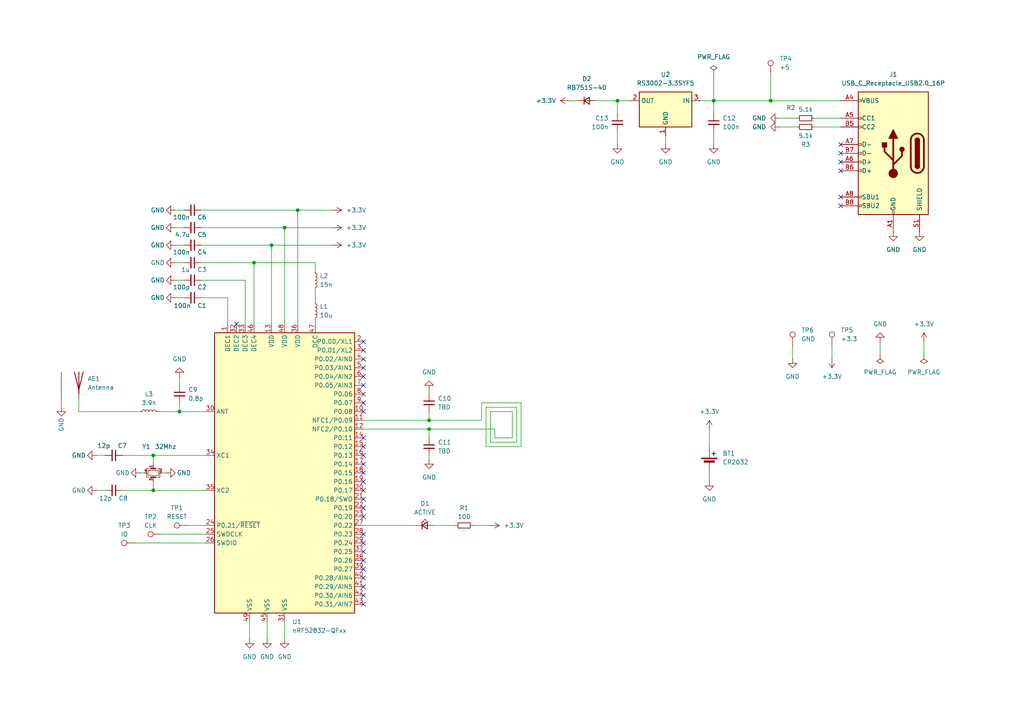
<source format=kicad_sch>
(kicad_sch (version 20231120) (generator "eeschema") (generator_version "8.0")
  (paper "A4")
  (lib_symbols
    (symbol "Connector:TestPoint" (pin_numbers hide) (pin_names (offset 0.762) hide)
      (property "Reference" "TP" (at 0 6.858 0))
      (property "Value" "TestPoint" (at 0 5.08 0))
      (symbol "TestPoint_0_1"
        (circle (center 0 3.302) (radius 0.762))
      )
      (symbol "TestPoint_1_1"
        (pin passive line (at 0 0 90) (length 2.54) (name "1") (number "1"))
      )
    )
    (symbol "Connector:USB_C_Receptacle_USB2.0_16P" (pin_names (offset 1.016))
      (property "Reference" "J" (at 0 22.225 0))
      (property "Value" "USB_C_Receptacle_USB2.0_16P" (at 0 19.685 0))
      (symbol "USB_C_Receptacle_USB2.0_16P_0_0"
        (rectangle (start -0.254 -17.78) (end 0.254 -16.764))
        (rectangle (start 10.16 -14.986) (end 9.144 -15.494))
        (rectangle (start 10.16 -12.446) (end 9.144 -12.954))
        (rectangle (start 10.16 -4.826) (end 9.144 -5.334))
        (rectangle (start 10.16 -2.286) (end 9.144 -2.794))
        (rectangle (start 10.16 0.254) (end 9.144 -0.254))
        (rectangle (start 10.16 2.794) (end 9.144 2.286))
        (rectangle (start 10.16 7.874) (end 9.144 7.366))
        (rectangle (start 10.16 10.414) (end 9.144 9.906))
        (rectangle (start 10.16 15.494) (end 9.144 14.986))
      )
      (symbol "USB_C_Receptacle_USB2.0_16P_0_1"
        (rectangle (start -10.16 17.78) (end 10.16 -17.78) (stroke (width 0.254)) (fill (type background)))
        (arc (start -8.89 -3.81) (mid -6.985 -5.7067) (end -5.08 -3.81) (stroke (width 0.508)))
        (arc (start -7.62 -3.81) (mid -6.985 -4.4423) (end -6.35 -3.81) (stroke (width 0.254)))
        (arc (start -7.62 -3.81) (mid -6.985 -4.4423) (end -6.35 -3.81) (stroke (width 0.254)) (fill (type outline)))
        (rectangle (start -7.62 -3.81) (end -6.35 3.81) (stroke (width 0.254)) (fill (type outline)))
        (arc (start -6.35 3.81) (mid -6.985 4.4423) (end -7.62 3.81) (stroke (width 0.254)))
        (arc (start -6.35 3.81) (mid -6.985 4.4423) (end -7.62 3.81) (stroke (width 0.254)) (fill (type outline)))
        (arc (start -5.08 3.81) (mid -6.985 5.7067) (end -8.89 3.81) (stroke (width 0.508)))
        (circle (center -2.54 1.143) (radius 0.635) (stroke (width 0.254)) (fill (type outline)))
        (circle (center 0 -5.842) (radius 1.27) (fill (type outline)))
        (polyline (pts (xy -8.89 -3.81) (xy -8.89 3.81)) (stroke (width 0.508)))
        (polyline (pts (xy -5.08 3.81) (xy -5.08 -3.81)) (stroke (width 0.508)))
        (polyline (pts (xy 0 -5.842) (xy 0 4.318)) (stroke (width 0.508)))
        (polyline (pts (xy 0 -3.302) (xy -2.54 -0.762) (xy -2.54 0.508)) (stroke (width 0.508)))
        (polyline (pts (xy 0 -2.032) (xy 2.54 0.508) (xy 2.54 1.778)) (stroke (width 0.508)))
        (polyline (pts (xy -1.27 4.318) (xy 0 6.858) (xy 1.27 4.318) (xy -1.27 4.318)) (stroke (width 0.254)) (fill (type outline)))
        (rectangle (start 1.905 1.778) (end 3.175 3.048) (stroke (width 0.254)) (fill (type outline)))
      )
      (symbol "USB_C_Receptacle_USB2.0_16P_1_1"
        (pin passive line (at 0 -22.86 90) (length 5.08) (name "GND") (number "A1"))
        (pin passive line (at 0 -22.86 90) (length 5.08) hide (name "GND") (number "A12"))
        (pin passive line (at 15.24 15.24 180) (length 5.08) (name "VBUS") (number "A4"))
        (pin bidirectional line (at 15.24 10.16 180) (length 5.08) (name "CC1") (number "A5"))
        (pin bidirectional line (at 15.24 -2.54 180) (length 5.08) (name "D+") (number "A6"))
        (pin bidirectional line (at 15.24 2.54 180) (length 5.08) (name "D-") (number "A7"))
        (pin bidirectional line (at 15.24 -12.7 180) (length 5.08) (name "SBU1") (number "A8"))
        (pin passive line (at 15.24 15.24 180) (length 5.08) hide (name "VBUS") (number "A9"))
        (pin passive line (at 0 -22.86 90) (length 5.08) hide (name "GND") (number "B1"))
        (pin passive line (at 0 -22.86 90) (length 5.08) hide (name "GND") (number "B12"))
        (pin passive line (at 15.24 15.24 180) (length 5.08) hide (name "VBUS") (number "B4"))
        (pin bidirectional line (at 15.24 7.62 180) (length 5.08) (name "CC2") (number "B5"))
        (pin bidirectional line (at 15.24 -5.08 180) (length 5.08) (name "D+") (number "B6"))
        (pin bidirectional line (at 15.24 0 180) (length 5.08) (name "D-") (number "B7"))
        (pin bidirectional line (at 15.24 -15.24 180) (length 5.08) (name "SBU2") (number "B8"))
        (pin passive line (at 15.24 15.24 180) (length 5.08) hide (name "VBUS") (number "B9"))
        (pin passive line (at -7.62 -22.86 90) (length 5.08) (name "SHIELD") (number "S1"))
      )
    )
    (symbol "Device:Antenna" (pin_numbers hide) (pin_names (offset 1.016) hide)
      (property "Reference" "AE1" (at 2.54 0.6351 0))
      (property "Value" "Antenna" (at 2.54 -1.9049 0))
      (symbol "Antenna_0_1"
        (polyline (pts (xy -5.08 2.54) (xy -5.08 -2.54)))
        (polyline (pts (xy 0 2.54) (xy 0 -3.81)) (stroke (width 0.254)))
        (polyline (pts (xy 1.27 2.54) (xy 0 -2.54) (xy -1.27 2.54)) (stroke (width 0.254)))
      )
      (symbol "Antenna_1_1"
        (pin passive line (at -5.08 -5.08 90) (length 2.54) (name "gnd") (number ""))
        (pin input line (at 0 -5.08 90) (length 2.54) (name "A") (number "1"))
      )
    )
    (symbol "Device:Battery_Cell" (pin_numbers hide) (pin_names (offset 0) hide)
      (property "Reference" "BT" (at 2.54 2.54 0))
      (property "Value" "Battery_Cell" (at 2.54 0 0))
      (symbol "Battery_Cell_0_1"
        (rectangle (start -2.286 1.778) (end 2.286 1.524) (fill (type outline)))
        (rectangle (start -1.524 1.016) (end 1.524 0.508) (fill (type outline)))
        (polyline (pts (xy 0 0.762) (xy 0 0)))
        (polyline (pts (xy 0 1.778) (xy 0 2.54)))
        (polyline (pts (xy 0.762 3.048) (xy 1.778 3.048)) (stroke (width 0.254)))
        (polyline (pts (xy 1.27 3.556) (xy 1.27 2.54)) (stroke (width 0.254)))
      )
      (symbol "Battery_Cell_1_1"
        (pin passive line (at 0 5.08 270) (length 2.54) (name "+") (number "1"))
        (pin passive line (at 0 -2.54 90) (length 2.54) (name "-") (number "2"))
      )
    )
    (symbol "Device:C_Small" (pin_numbers hide) (pin_names (offset 0.254) hide)
      (property "Reference" "C" (at 0.254 1.778 0))
      (property "Value" "C_Small" (at 0.254 -2.032 0))
      (symbol "C_Small_0_1"
        (polyline (pts (xy -1.524 -0.508) (xy 1.524 -0.508)) (stroke (width 0.3302)))
        (polyline (pts (xy -1.524 0.508) (xy 1.524 0.508)) (stroke (width 0.3048)))
      )
      (symbol "C_Small_1_1"
        (pin passive line (at 0 2.54 270) (length 2.032) (name "~") (number "1"))
        (pin passive line (at 0 -2.54 90) (length 2.032) (name "~") (number "2"))
      )
    )
    (symbol "Device:Crystal_GND23_Small" (pin_names (offset 1.016) hide)
      (property "Reference" "Y1" (at 7.62 2.032 90))
      (property "Value" "32Mhz" (at 7.62 -3.556 90))
      (symbol "Crystal_GND23_Small_0_1"
        (rectangle (start -0.762 -1.524) (end 0.762 1.524))
        (polyline (pts (xy -1.27 -0.762) (xy -1.27 0.762)) (stroke (width 0.381)))
        (polyline (pts (xy 1.27 -0.762) (xy 1.27 0.762)) (stroke (width 0.381)))
        (polyline (pts (xy -1.27 -1.27) (xy -1.27 -1.905) (xy 1.27 -1.905) (xy 1.27 -1.27)))
        (polyline (pts (xy -1.27 1.27) (xy -1.27 1.905) (xy 1.27 1.905) (xy 1.27 1.27)))
      )
      (symbol "Crystal_GND23_Small_1_1"
        (pin passive line (at 2.54 0 180) (length 1.27) (name "1") (number "1"))
        (pin passive line (at 0 -2.54 90) (length 0.635) (name "2") (number "2"))
        (pin passive line (at -2.54 0 0) (length 1.27) (name "3") (number "3"))
        (pin passive line (at 0 2.54 270) (length 0.635) (name "4") (number "4"))
      )
    )
    (symbol "Device:D_Small" (pin_numbers hide) (pin_names (offset 0.254) hide)
      (property "Reference" "D" (at -1.27 2.032 0))
      (property "Value" "D_Small" (at -3.81 -2.032 0))
      (symbol "D_Small_0_1"
        (polyline (pts (xy -0.762 -1.016) (xy -0.762 1.016)) (stroke (width 0.254)))
        (polyline (pts (xy -0.762 0) (xy 0.762 0)))
        (polyline (pts (xy 0.762 -1.016) (xy -0.762 0) (xy 0.762 1.016) (xy 0.762 -1.016)) (stroke (width 0.254)))
      )
      (symbol "D_Small_1_1"
        (pin passive line (at -2.54 0 0) (length 1.778) (name "K") (number "1"))
        (pin passive line (at 2.54 0 180) (length 1.778) (name "A") (number "2"))
      )
    )
    (symbol "Device:LED_Small" (pin_numbers hide) (pin_names (offset 0.254) hide)
      (property "Reference" "D" (at -1.27 3.175 0))
      (property "Value" "LED_Small" (at -4.445 -2.54 0))
      (symbol "LED_Small_0_1"
        (polyline (pts (xy -0.762 -1.016) (xy -0.762 1.016)) (stroke (width 0.254)))
        (polyline (pts (xy 1.016 0) (xy -0.762 0)))
        (polyline (pts (xy 0.762 -1.016) (xy -0.762 0) (xy 0.762 1.016) (xy 0.762 -1.016)) (stroke (width 0.254)))
        (polyline (pts (xy 0 0.762) (xy -0.508 1.27) (xy -0.254 1.27) (xy -0.508 1.27) (xy -0.508 1.016)))
        (polyline (pts (xy 0.508 1.27) (xy 0 1.778) (xy 0.254 1.778) (xy 0 1.778) (xy 0 1.524)))
      )
      (symbol "LED_Small_1_1"
        (pin passive line (at -2.54 0 0) (length 1.778) (name "K") (number "1"))
        (pin passive line (at 2.54 0 180) (length 1.778) (name "A") (number "2"))
      )
    )
    (symbol "Device:L_Small" (pin_numbers hide) (pin_names (offset 0.254) hide)
      (property "Reference" "L" (at 0.762 1.016 0))
      (property "Value" "L_Small" (at 0.762 -1.016 0))
      (symbol "L_Small_0_1"
        (arc (start 0 -2.032) (mid 0.5058 -1.524) (end 0 -1.016))
        (arc (start 0 -1.016) (mid 0.5058 -0.508) (end 0 0))
        (arc (start 0 0) (mid 0.5058 0.508) (end 0 1.016))
        (arc (start 0 1.016) (mid 0.5058 1.524) (end 0 2.032))
      )
      (symbol "L_Small_1_1"
        (pin passive line (at 0 2.54 270) (length 0.508) (name "~") (number "1"))
        (pin passive line (at 0 -2.54 90) (length 0.508) (name "~") (number "2"))
      )
    )
    (symbol "Device:R_Small" (pin_numbers hide) (pin_names (offset 0.254) hide)
      (property "Reference" "R" (at 0.762 0.508 0))
      (property "Value" "R_Small" (at 0.762 -1.016 0))
      (symbol "R_Small_0_1"
        (rectangle (start -0.762 1.778) (end 0.762 -1.778) (stroke (width 0.2032)))
      )
      (symbol "R_Small_1_1"
        (pin passive line (at 0 2.54 270) (length 0.762) (name "~") (number "1"))
        (pin passive line (at 0 -2.54 90) (length 0.762) (name "~") (number "2"))
      )
    )
    (symbol "MCU_Nordic:nRF52832-QFxx"
      (property "Reference" "U1" (at 2.1941 -43.18 0))
      (property "Value" "nRF52832-QFxx" (at 2.1941 -45.72 0))
      (symbol "nRF52832-QFxx_0_1"
        (rectangle (start -20.32 40.64) (end 20.32 -40.64) (stroke (width 0.254)) (fill (type background)))
      )
      (symbol "nRF52832-QFxx_1_1"
        (pin passive line (at -16.51 43.18 270) (length 2.54) (name "DEC1") (number "1"))
        (pin bidirectional line (at 22.86 17.78 180) (length 2.54) (name "P0.08") (number "10"))
        (pin bidirectional line (at 22.86 15.24 180) (length 2.54) (name "NFC1/P0.09") (number "11"))
        (pin bidirectional line (at 22.86 12.7 180) (length 2.54) (name "NFC2/P0.10") (number "12"))
        (pin power_in line (at -3.81 43.18 270) (length 2.54) (name "VDD") (number "13"))
        (pin bidirectional line (at 22.86 10.16 180) (length 2.54) (name "P0.11") (number "14"))
        (pin bidirectional line (at 22.86 7.62 180) (length 2.54) (name "P0.12") (number "15"))
        (pin bidirectional line (at 22.86 5.08 180) (length 2.54) (name "P0.13") (number "16"))
        (pin bidirectional line (at 22.86 2.54 180) (length 2.54) (name "P0.14") (number "17"))
        (pin bidirectional line (at 22.86 0 180) (length 2.54) (name "P0.15") (number "18"))
        (pin bidirectional line (at 22.86 -2.54 180) (length 2.54) (name "P0.16") (number "19"))
        (pin bidirectional line (at 22.86 38.1 180) (length 2.54) (name "P0.00/XL1") (number "2"))
        (pin bidirectional line (at 22.86 -5.08 180) (length 2.54) (name "P0.17") (number "20"))
        (pin bidirectional line (at 22.86 -7.62 180) (length 2.54) (name "P0.18/SWO") (number "21"))
        (pin bidirectional line (at 22.86 -10.16 180) (length 2.54) (name "P0.19") (number "22"))
        (pin bidirectional line (at 22.86 -12.7 180) (length 2.54) (name "P0.20") (number "23"))
        (pin bidirectional line (at -22.86 -15.24 0) (length 2.54) (name "P0.21/~{RESET}") (number "24"))
        (pin input line (at -22.86 -17.78 0) (length 2.54) (name "SWDCLK") (number "25"))
        (pin bidirectional line (at -22.86 -20.32 0) (length 2.54) (name "SWDIO") (number "26"))
        (pin bidirectional line (at 22.86 -15.24 180) (length 2.54) (name "P0.22") (number "27"))
        (pin bidirectional line (at 22.86 -17.78 180) (length 2.54) (name "P0.23") (number "28"))
        (pin bidirectional line (at 22.86 -20.32 180) (length 2.54) (name "P0.24") (number "29"))
        (pin bidirectional line (at 22.86 35.56 180) (length 2.54) (name "P0.01/XL2") (number "3"))
        (pin passive line (at -22.86 17.78 0) (length 2.54) (name "ANT") (number "30"))
        (pin power_in line (at 0 -43.18 90) (length 2.54) (name "VSS") (number "31"))
        (pin passive line (at -13.97 43.18 270) (length 2.54) (name "DEC2") (number "32"))
        (pin passive line (at -11.43 43.18 270) (length 2.54) (name "DEC3") (number "33"))
        (pin input line (at -22.86 5.08 0) (length 2.54) (name "XC1") (number "34"))
        (pin input line (at -22.86 -5.08 0) (length 2.54) (name "XC2") (number "35"))
        (pin passive line (at 3.81 43.18 270) (length 2.54) (name "VDD") (number "36"))
        (pin bidirectional line (at 22.86 -22.86 180) (length 2.54) (name "P0.25") (number "37"))
        (pin bidirectional line (at 22.86 -25.4 180) (length 2.54) (name "P0.26") (number "38"))
        (pin bidirectional line (at 22.86 -27.94 180) (length 2.54) (name "P0.27") (number "39"))
        (pin bidirectional line (at 22.86 33.02 180) (length 2.54) (name "P0.02/AIN0") (number "4"))
        (pin bidirectional line (at 22.86 -30.48 180) (length 2.54) (name "P0.28/AIN4") (number "40"))
        (pin bidirectional line (at 22.86 -33.02 180) (length 2.54) (name "P0.29/AIN5") (number "41"))
        (pin bidirectional line (at 22.86 -35.56 180) (length 2.54) (name "P0.30/AIN6") (number "42"))
        (pin bidirectional line (at 22.86 -38.1 180) (length 2.54) (name "P0.31/AIN7") (number "43"))
        (pin no_connect line (at -20.32 -30.48 0) (length 2.54) hide (name "NC") (number "44"))
        (pin passive line (at -5.08 -43.18 90) (length 2.54) (name "VSS") (number "45"))
        (pin passive line (at -8.89 43.18 270) (length 2.54) (name "DEC4") (number "46"))
        (pin power_out line (at 8.89 43.18 270) (length 2.54) (name "DCC") (number "47"))
        (pin passive line (at 0 43.18 270) (length 2.54) (name "VDD") (number "48"))
        (pin passive line (at -10.16 -43.18 90) (length 2.54) (name "VSS") (number "49"))
        (pin bidirectional line (at 22.86 30.48 180) (length 2.54) (name "P0.03/AIN1") (number "5"))
        (pin bidirectional line (at 22.86 27.94 180) (length 2.54) (name "P0.04/AIN2") (number "6"))
        (pin bidirectional line (at 22.86 25.4 180) (length 2.54) (name "P0.05/AIN3") (number "7"))
        (pin bidirectional line (at 22.86 22.86 180) (length 2.54) (name "P0.06") (number "8"))
        (pin bidirectional line (at 22.86 20.32 180) (length 2.54) (name "P0.07") (number "9"))
      )
    )
    (symbol "Regulator_Linear:LT1963AxST-3.3"
      (property "Reference" "U2" (at 0 10.16 0))
      (property "Value" "RS3002-3.3SYF5" (at 0 7.62 0))
      (symbol "LT1963AxST-3.3_0_1"
        (rectangle (start -7.62 5.08) (end 7.62 -5.08) (stroke (width 0.254)) (fill (type background)))
      )
      (symbol "LT1963AxST-3.3_1_1"
        (pin power_in line (at 0 -7.62 90) (length 2.54) (name "GND") (number "1"))
        (pin power_out line (at 10.16 2.54 180) (length 2.54) (name "OUT") (number "2"))
        (pin power_in line (at -10.16 2.54 0) (length 2.54) (name "IN") (number "3"))
      )
    )
    (symbol "power:+3.3V" (power) (pin_numbers hide) (pin_names (offset 0) hide)
      (property "Value" "+3.3V" (at 0 3.556 0))
      (symbol "+3.3V_0_1"
        (polyline (pts (xy -0.762 1.27) (xy 0 2.54)))
        (polyline (pts (xy 0 0) (xy 0 2.54)))
        (polyline (pts (xy 0 2.54) (xy 0.762 1.27)))
      )
      (symbol "+3.3V_1_1"
        (pin power_in line (at 0 0 90) (length 0) (name "~") (number "1"))
      )
    )
    (symbol "power:GND" (power) (pin_numbers hide) (pin_names (offset 0) hide)
      (property "Value" "GND" (at 0 -3.81 0))
      (symbol "GND_0_1"
        (polyline (pts (xy 0 0) (xy 0 -1.27) (xy 1.27 -1.27) (xy 0 -2.54) (xy -1.27 -1.27) (xy 0 -1.27)))
      )
      (symbol "GND_1_1"
        (pin power_in line (at 0 0 270) (length 0) (name "~") (number "1"))
      )
    )
    (symbol "power:PWR_FLAG" (power) (pin_numbers hide) (pin_names (offset 0) hide)
      (property "Value" "PWR_FLAG" (at 0 3.81 0))
      (symbol "PWR_FLAG_0_0"
        (pin power_out line (at 0 0 90) (length 0) (name "~") (number "1"))
      )
      (symbol "PWR_FLAG_0_1"
        (polyline (pts (xy 0 0) (xy 0 1.27) (xy -1.016 1.905) (xy 0 2.54) (xy 1.016 1.905) (xy 0 1.27)))
      )
    )
  )
  (junction (at 82.55 66.04))
  (junction (at 124.46 124.46))
  (junction (at 179.07 29.21))
  (junction (at 86.36 60.96))
  (junction (at 223.52 29.21))
  (junction (at 52.07 119.38))
  (junction (at 207.01 29.21))
  (junction (at 78.74 71.12))
  (junction (at 124.46 121.92))
  (junction (at 73.66 76.2))
  (junction (at 44.45 132.08))
  (junction (at 44.45 142.24))
  (no_connect (at 105.41 149.86))
  (no_connect (at 243.84 49.53))
  (no_connect (at 105.41 139.7))
  (no_connect (at 105.41 144.78))
  (no_connect (at 105.41 127))
  (no_connect (at 105.41 129.54))
  (no_connect (at 105.41 106.68))
  (no_connect (at 105.41 104.14))
  (no_connect (at 243.84 57.15))
  (no_connect (at 105.41 167.64))
  (no_connect (at 105.41 101.6))
  (no_connect (at 105.41 137.16))
  (no_connect (at 105.41 154.94))
  (no_connect (at 243.84 44.45))
  (no_connect (at 105.41 162.56))
  (no_connect (at 105.41 116.84))
  (no_connect (at 105.41 134.62))
  (no_connect (at 105.41 170.18))
  (no_connect (at 68.58 93.98))
  (no_connect (at 243.84 41.91))
  (no_connect (at 105.41 114.3))
  (no_connect (at 105.41 99.06))
  (no_connect (at 105.41 165.1))
  (no_connect (at 105.41 119.38))
  (no_connect (at 105.41 142.24))
  (no_connect (at 105.41 160.02))
  (no_connect (at 243.84 59.69))
  (no_connect (at 105.41 175.26))
  (no_connect (at 105.41 157.48))
  (no_connect (at 105.41 109.22))
  (no_connect (at 105.41 111.76))
  (no_connect (at 105.41 132.08))
  (no_connect (at 105.41 172.72))
  (no_connect (at 105.41 147.32))
  (no_connect (at 243.84 46.99))
  (wire (pts (xy 179.07 29.21) (xy 179.07 33.02)))
  (wire (pts (xy 140.97 129.54) (xy 140.97 118.11)))
  (wire (pts (xy 52.07 116.84) (xy 52.07 119.38)))
  (wire (pts (xy 105.41 121.92) (xy 124.46 121.92)))
  (wire (pts (xy 124.46 113.03) (xy 124.46 114.3)))
  (wire (pts (xy 241.3 100.33) (xy 241.3 104.14)))
  (wire (pts (xy 182.88 29.21) (xy 179.07 29.21)))
  (wire (pts (xy 124.46 119.38) (xy 124.46 121.92)))
  (wire (pts (xy 82.55 66.04) (xy 82.55 93.98)))
  (wire (pts (xy 50.8 86.36) (xy 53.34 86.36)))
  (wire (pts (xy 255.27 99.06) (xy 255.27 102.87)))
  (wire (pts (xy 139.7 121.92) (xy 139.7 116.84)))
  (wire (pts (xy 46.99 154.94) (xy 59.69 154.94)))
  (wire (pts (xy 22.86 115.57) (xy 22.86 119.38)))
  (wire (pts (xy 44.45 132.08) (xy 44.45 134.62)))
  (wire (pts (xy 91.44 83.82) (xy 91.44 87.63)))
  (wire (pts (xy 39.37 157.48) (xy 59.69 157.48)))
  (wire (pts (xy 50.8 76.2) (xy 53.34 76.2)))
  (wire (pts (xy 148.59 127) (xy 143.51 127)))
  (wire (pts (xy 229.87 100.33) (xy 229.87 104.14)))
  (wire (pts (xy 236.22 34.29) (xy 243.84 34.29)))
  (wire (pts (xy 91.44 76.2) (xy 73.66 76.2)))
  (wire (pts (xy 205.74 137.16) (xy 205.74 139.7)))
  (wire (pts (xy 86.36 60.96) (xy 96.52 60.96)))
  (wire (pts (xy 172.72 29.21) (xy 179.07 29.21)))
  (wire (pts (xy 105.41 152.4) (xy 120.65 152.4)))
  (wire (pts (xy 142.24 128.27) (xy 142.24 119.38)))
  (wire (pts (xy 139.7 116.84) (xy 151.13 116.84)))
  (wire (pts (xy 149.86 128.27) (xy 142.24 128.27)))
  (wire (pts (xy 46.99 137.16) (xy 48.26 137.16)))
  (wire (pts (xy 45.72 119.38) (xy 52.07 119.38)))
  (wire (pts (xy 143.51 127) (xy 143.51 124.46)))
  (wire (pts (xy 137.16 152.4) (xy 142.24 152.4)))
  (wire (pts (xy 207.01 38.1) (xy 207.01 41.91)))
  (wire (pts (xy 78.74 71.12) (xy 96.52 71.12)))
  (wire (pts (xy 207.01 29.21) (xy 207.01 33.02)))
  (wire (pts (xy 149.86 118.11) (xy 149.86 128.27)))
  (wire (pts (xy 226.06 34.29) (xy 231.14 34.29)))
  (wire (pts (xy 58.42 60.96) (xy 86.36 60.96)))
  (wire (pts (xy 71.12 81.28) (xy 58.42 81.28)))
  (wire (pts (xy 50.8 60.96) (xy 53.34 60.96)))
  (wire (pts (xy 59.69 132.08) (xy 44.45 132.08)))
  (wire (pts (xy 165.1 29.21) (xy 167.64 29.21)))
  (wire (pts (xy 58.42 76.2) (xy 73.66 76.2)))
  (wire (pts (xy 151.13 116.84) (xy 151.13 129.54)))
  (wire (pts (xy 52.07 119.38) (xy 59.69 119.38)))
  (wire (pts (xy 124.46 124.46) (xy 124.46 127)))
  (wire (pts (xy 179.07 38.1) (xy 179.07 41.91)))
  (wire (pts (xy 143.51 124.46) (xy 124.46 124.46)))
  (wire (pts (xy 223.52 29.21) (xy 243.84 29.21)))
  (wire (pts (xy 58.42 66.04) (xy 82.55 66.04)))
  (wire (pts (xy 151.13 129.54) (xy 140.97 129.54)))
  (wire (pts (xy 66.04 93.98) (xy 66.04 86.36)))
  (wire (pts (xy 205.74 124.46) (xy 205.74 129.54)))
  (wire (pts (xy 91.44 78.74) (xy 91.44 76.2)))
  (wire (pts (xy 207.01 21.59) (xy 207.01 29.21)))
  (wire (pts (xy 22.86 119.38) (xy 40.64 119.38)))
  (wire (pts (xy 50.8 81.28) (xy 53.34 81.28)))
  (wire (pts (xy 193.04 39.37) (xy 193.04 41.91)))
  (wire (pts (xy 35.56 142.24) (xy 44.45 142.24)))
  (wire (pts (xy 140.97 118.11) (xy 149.86 118.11)))
  (wire (pts (xy 44.45 142.24) (xy 59.69 142.24)))
  (wire (pts (xy 50.8 66.04) (xy 53.34 66.04)))
  (wire (pts (xy 50.8 71.12) (xy 53.34 71.12)))
  (wire (pts (xy 17.78 115.57) (xy 17.78 118.11)))
  (wire (pts (xy 91.44 92.71) (xy 91.44 93.98)))
  (wire (pts (xy 125.73 152.4) (xy 132.08 152.4)))
  (wire (pts (xy 54.61 152.4) (xy 59.69 152.4)))
  (wire (pts (xy 203.2 29.21) (xy 207.01 29.21)))
  (wire (pts (xy 40.64 137.16) (xy 41.91 137.16)))
  (wire (pts (xy 58.42 71.12) (xy 78.74 71.12)))
  (wire (pts (xy 148.59 119.38) (xy 148.59 127)))
  (wire (pts (xy 77.47 180.34) (xy 77.47 185.42)))
  (wire (pts (xy 267.97 99.06) (xy 267.97 102.87)))
  (wire (pts (xy 82.55 66.04) (xy 96.52 66.04)))
  (wire (pts (xy 44.45 139.7) (xy 44.45 142.24)))
  (wire (pts (xy 27.94 132.08) (xy 30.48 132.08)))
  (wire (pts (xy 226.06 36.83) (xy 231.14 36.83)))
  (wire (pts (xy 52.07 109.22) (xy 52.07 111.76)))
  (wire (pts (xy 124.46 132.08) (xy 124.46 133.35)))
  (wire (pts (xy 207.01 29.21) (xy 223.52 29.21)))
  (wire (pts (xy 27.94 142.24) (xy 30.48 142.24)))
  (wire (pts (xy 71.12 93.98) (xy 71.12 81.28)))
  (wire (pts (xy 78.74 71.12) (xy 78.74 93.98)))
  (wire (pts (xy 72.39 180.34) (xy 72.39 185.42)))
  (wire (pts (xy 124.46 121.92) (xy 139.7 121.92)))
  (wire (pts (xy 82.55 180.34) (xy 82.55 185.42)))
  (wire (pts (xy 86.36 60.96) (xy 86.36 93.98)))
  (wire (pts (xy 223.52 21.59) (xy 223.52 29.21)))
  (wire (pts (xy 105.41 124.46) (xy 124.46 124.46)))
  (wire (pts (xy 35.56 132.08) (xy 44.45 132.08)))
  (wire (pts (xy 66.04 86.36) (xy 58.42 86.36)))
  (wire (pts (xy 236.22 36.83) (xy 243.84 36.83)))
  (wire (pts (xy 73.66 76.2) (xy 73.66 93.98)))
  (wire (pts (xy 142.24 119.38) (xy 148.59 119.38)))
  (symbol (lib_id "power:GND") (at 226.06 36.83 270) (unit 1)
    (property "Reference" "#PWR022" (effects (hide yes)))
    (property "Value" "GND" (at 222.25 36.8299 90) (effects (justify right)))
    (property "Description" "Power symbol creates a global label with name \"GND\" , ground" (effects (hide yes)))
  )
  (symbol (lib_id "power:PWR_FLAG") (at 255.27 102.87 180) (unit 1)
    (property "Reference" "#FLG02" (effects (hide yes)))
    (property "Value" "PWR_FLAG" (at 255.27 107.95 0))
    (property "Description" "Special symbol for telling ERC where power comes from" (effects (hide yes)))
  )
  (symbol (lib_id "power:GND") (at 50.8 60.96 270) (mirror x) (unit 1)
    (property "Reference" "#PWR08" (effects (hide yes)))
    (property "Value" "GND" (at 45.72 60.96 90))
    (property "Description" "Power symbol creates a global label with name \"GND\" , ground" (effects (hide yes)))
  )
  (symbol (lib_id "power:GND") (at 50.8 81.28 270) (mirror x) (unit 1)
    (property "Reference" "#PWR03" (effects (hide yes)))
    (property "Value" "GND" (at 45.72 81.28 90))
    (property "Description" "Power symbol creates a global label with name \"GND\" , ground" (effects (hide yes)))
  )
  (symbol (lib_id "Connector:TestPoint") (at 39.37 157.48 90) (unit 1)
    (property "Reference" "TP3" (at 36.068 152.4 90))
    (property "Value" "IO" (at 36.068 154.94 90))
    (property "Footprint" "TestPoint:TestPoint_Pad_D3.0mm" (effects (hide yes)))
    (property "Description" "test point" (effects (hide yes)))
  )
  (symbol (lib_id "power:GND") (at 40.64 137.16 270) (unit 1)
    (property "Reference" "#PWR012" (effects (hide yes)))
    (property "Value" "GND" (at 35.56 137.16 90))
    (property "Description" "Power symbol creates a global label with name \"GND\" , ground" (effects (hide yes)))
  )
  (symbol (lib_id "Device:C_Small") (at 179.07 35.56 0) (mirror y) (unit 1)
    (property "Reference" "C13" (at 176.53 34.2962 0) (effects (justify left)))
    (property "Value" "100n" (at 176.53 36.8362 0) (effects (justify left)))
    (property "Footprint" "Capacitor_SMD:C_0805_2012Metric_Pad1.18x1.45mm_HandSolder" (effects (hide yes)))
    (property "Description" "Unpolarized capacitor, small symbol" (effects (hide yes)))
  )
  (symbol (lib_id "power:GND") (at 27.94 142.24 270) (unit 1)
    (property "Reference" "#PWR014" (effects (hide yes)))
    (property "Value" "GND" (at 22.86 142.24 90))
    (property "Description" "Power symbol creates a global label with name \"GND\" , ground" (effects (hide yes)))
  )
  (symbol (lib_id "Device:C_Small") (at 55.88 60.96 270) (unit 1)
    (property "Reference" "C6" (at 59.944 62.992 90) (effects (justify right)))
    (property "Value" "100n" (at 55.118 62.992 90) (effects (justify right)))
    (property "Footprint" "Capacitor_SMD:C_0805_2012Metric_Pad1.18x1.45mm_HandSolder" (effects (hide yes)))
    (property "Description" "Unpolarized capacitor, small symbol" (effects (hide yes)))
  )
  (symbol (lib_id "Device:C_Small") (at 52.07 114.3 0) (unit 1)
    (property "Reference" "C9" (at 54.61 113.0362 0) (effects (justify left)))
    (property "Value" "0.8p" (at 54.61 115.5762 0) (effects (justify left)))
    (property "Footprint" "Capacitor_SMD:C_0805_2012Metric_Pad1.18x1.45mm_HandSolder" (effects (hide yes)))
    (property "Description" "Unpolarized capacitor, small symbol" (effects (hide yes)))
  )
  (symbol (lib_id "power:GND") (at 255.27 99.06 180) (unit 1)
    (property "Reference" "#PWR032" (effects (hide yes)))
    (property "Value" "GND" (at 255.27 93.98 0))
    (property "Description" "Power symbol creates a global label with name \"GND\" , ground" (effects (hide yes)))
  )
  (symbol (lib_id "Device:C_Small") (at 207.01 35.56 0) (unit 1)
    (property "Reference" "C12" (at 209.55 34.2962 0) (effects (justify left)))
    (property "Value" "100n" (at 209.55 36.8362 0) (effects (justify left)))
    (property "Footprint" "Capacitor_SMD:C_0805_2012Metric_Pad1.18x1.45mm_HandSolder" (effects (hide yes)))
    (property "Description" "Unpolarized capacitor, small symbol" (effects (hide yes)))
  )
  (symbol (lib_id "power:GND") (at 207.01 41.91 0) (unit 1)
    (property "Reference" "#PWR026" (effects (hide yes)))
    (property "Value" "GND" (at 207.01 46.99 0))
    (property "Description" "Power symbol creates a global label with name \"GND\" , ground" (effects (hide yes)))
  )
  (symbol (lib_id "power:GND") (at 229.87 104.14 0) (unit 1)
    (property "Reference" "#PWR036" (effects (hide yes)))
    (property "Value" "GND" (at 229.87 109.22 0))
    (property "Description" "Power symbol creates a global label with name \"GND\" , ground" (effects (hide yes)))
  )
  (symbol (lib_id "power:+3.3V") (at 96.52 60.96 270) (unit 1)
    (property "Reference" "#PWR05" (effects (hide yes)))
    (property "Value" "+3.3V" (at 100.33 60.9599 90) (effects (justify left)))
    (property "Description" "Power symbol creates a global label with name \"+3.3V\"" (effects (hide yes)))
  )
  (symbol (lib_id "Device:C_Small") (at 55.88 76.2 270) (unit 1)
    (property "Reference" "C3" (at 59.944 78.232 90) (effects (justify right)))
    (property "Value" "1u" (at 55.118 78.232 90) (effects (justify right)))
    (property "Footprint" "Capacitor_SMD:C_0805_2012Metric_Pad1.18x1.45mm_HandSolder" (effects (hide yes)))
    (property "Description" "Unpolarized capacitor, small symbol" (effects (hide yes)))
  )
  (symbol (lib_id "power:GND") (at 124.46 133.35 0) (unit 1)
    (property "Reference" "#PWR019" (effects (hide yes)))
    (property "Value" "GND" (at 124.46 138.43 0))
    (property "Description" "Power symbol creates a global label with name \"GND\" , ground" (effects (hide yes)))
  )
  (symbol (lib_id "Connector:USB_C_Receptacle_USB2.0_16P") (at 259.08 44.45 0) (mirror y) (unit 1)
    (property "Reference" "J1" (at 259.08 21.59 0))
    (property "Value" "USB_C_Receptacle_USB2.0_16P" (at 259.08 24.13 0))
    (property "Footprint" "Connector_USB:USB_C_Receptacle_GCT_USB4110" (effects (hide yes)))
    (property "Datasheet" "https://www.usb.org/sites/default/files/documents/usb_type-c.zip" (effects (hide yes)))
    (property "Description" "USB 2.0-only 16P Type-C Receptacle connector" (effects (hide yes)))
  )
  (symbol (lib_id "Device:C_Small") (at 33.02 142.24 270) (mirror x) (unit 1)
    (property "Reference" "C8" (at 37.084 144.526 90) (effects (justify right)))
    (property "Value" "12p" (at 32.512 144.526 90) (effects (justify right)))
    (property "Footprint" "Capacitor_SMD:C_0805_2012Metric_Pad1.18x1.45mm_HandSolder" (effects (hide yes)))
    (property "Description" "Unpolarized capacitor, small symbol" (effects (hide yes)))
  )
  (symbol (lib_id "power:GND") (at 48.26 137.16 90) (unit 1)
    (property "Reference" "#PWR011" (effects (hide yes)))
    (property "Value" "GND" (at 53.34 137.16 90))
    (property "Description" "Power symbol creates a global label with name \"GND\" , ground" (effects (hide yes)))
  )
  (symbol (lib_id "Device:L_Small") (at 91.44 81.28 0) (unit 1)
    (property "Reference" "L2" (at 92.71 80.0099 0) (effects (justify left)))
    (property "Value" "15n" (at 92.71 82.5499 0) (effects (justify left)))
    (property "Footprint" "Inductor_SMD:L_0805_2012Metric_Pad1.15x1.40mm_HandSolder" (effects (hide yes)))
    (property "Description" "Inductor, small symbol" (effects (hide yes)))
    (property "PN" "LCN0603T-15-NJ-S" (effects (hide yes)))
  )
  (symbol (lib_id "Connector:TestPoint") (at 241.3 100.33 0) (unit 1)
    (property "Reference" "TP5" (at 243.84 95.7579 0) (effects (justify left)))
    (property "Value" "+3.3" (at 243.84 98.2979 0) (effects (justify left)))
    (property "Footprint" "TestPoint:TestPoint_Pad_D3.0mm" (effects (hide yes)))
    (property "Description" "test point" (effects (hide yes)))
  )
  (symbol (lib_id "Device:Antenna") (at 22.86 110.49 0) (unit 1)
    (property "Reference" "AE1" (at 25.4 109.8549 0) (effects (justify left)))
    (property "Value" "Antenna" (at 25.4 112.3949 0) (effects (justify left)))
    (property "Footprint" "RF_Antenna:Texas_SWRA117D_2.4GHz_Right" (effects (hide yes)))
    (property "Description" "Antenna" (effects (hide yes)))
  )
  (symbol (lib_id "Device:C_Small") (at 124.46 116.84 0) (unit 1)
    (property "Reference" "C10" (at 127 115.5762 0) (effects (justify left)))
    (property "Value" "TBD" (at 127 118.1162 0) (effects (justify left)))
    (property "Footprint" "Capacitor_SMD:C_0805_2012Metric_Pad1.18x1.45mm_HandSolder" (effects (hide yes)))
    (property "Description" "Unpolarized capacitor, small symbol" (effects (hide yes)))
  )
  (symbol (lib_id "power:GND") (at 193.04 41.91 0) (unit 1)
    (property "Reference" "#PWR027" (effects (hide yes)))
    (property "Value" "GND" (at 193.04 46.99 0))
    (property "Description" "Power symbol creates a global label with name \"GND\" , ground" (effects (hide yes)))
  )
  (symbol (lib_id "power:+3.3V") (at 205.74 124.46 0) (unit 1)
    (property "Reference" "#PWR029" (effects (hide yes)))
    (property "Value" "+3.3V" (at 205.74 119.38 0))
    (property "Description" "Power symbol creates a global label with name \"+3.3V\"" (effects (hide yes)))
  )
  (symbol (lib_id "power:GND") (at 259.08 67.31 0) (unit 1)
    (property "Reference" "#PWR023" (effects (hide yes)))
    (property "Value" "GND" (at 259.08 72.39 0))
    (property "Description" "Power symbol creates a global label with name \"GND\" , ground" (effects (hide yes)))
  )
  (symbol (lib_id "MCU_Nordic:nRF52832-QFxx") (at 82.55 137.16 0) (unit 1)
    (property "Reference" "U1" (at 84.7441 180.34 0) (effects (justify left)))
    (property "Value" "nRF52832-QFxx" (at 84.7441 182.88 0) (effects (justify left)))
    (property "Footprint" "Package_DFN_QFN:QFN-48-1EP_6x6mm_P0.4mm_EP4.6x4.6mm" (effects (hide yes)))
    (property "Datasheet" "http://infocenter.nordicsemi.com/pdf/nRF52832_PS_v1.4.pdf" (effects (hide yes)))
    (property "Description" "Multiprotocol BLE/2.4GHz Cortex-M4 SoC, QFN-48" (effects (hide yes)))
  )
  (symbol (lib_id "power:GND") (at 50.8 76.2 270) (mirror x) (unit 1)
    (property "Reference" "#PWR04" (effects (hide yes)))
    (property "Value" "GND" (at 45.72 76.2 90))
    (property "Description" "Power symbol creates a global label with name \"GND\" , ground" (effects (hide yes)))
  )
  (symbol (lib_id "power:GND") (at 266.7 67.31 0) (unit 1)
    (property "Reference" "#PWR024" (effects (hide yes)))
    (property "Value" "GND" (at 266.7 72.39 0))
    (property "Description" "Power symbol creates a global label with name \"GND\" , ground" (effects (hide yes)))
  )
  (symbol (lib_id "power:GND") (at 226.06 34.29 270) (unit 1)
    (property "Reference" "#PWR021" (effects (hide yes)))
    (property "Value" "GND" (at 222.25 34.2899 90) (effects (justify right)))
    (property "Description" "Power symbol creates a global label with name \"GND\" , ground" (effects (hide yes)))
  )
  (symbol (lib_id "Device:R_Small") (at 134.62 152.4 90) (unit 1)
    (property "Reference" "R1" (at 134.62 147.32 90))
    (property "Value" "100" (at 134.62 149.86 90))
    (property "Footprint" "Resistor_SMD:R_0805_2012Metric_Pad1.20x1.40mm_HandSolder" (effects (hide yes)))
    (property "Description" "Resistor, small symbol" (effects (hide yes)))
  )
  (symbol (lib_id "Device:R_Small") (at 233.68 36.83 270) (mirror x) (unit 1)
    (property "Reference" "R3" (at 233.68 41.91 90))
    (property "Value" "5.1k" (at 233.68 39.37 90))
    (property "Footprint" "Resistor_SMD:R_0805_2012Metric_Pad1.20x1.40mm_HandSolder" (effects (hide yes)))
    (property "Description" "Resistor, small symbol" (effects (hide yes)))
  )
  (symbol (lib_id "Connector:TestPoint") (at 46.99 154.94 90) (unit 1)
    (property "Reference" "TP2" (at 43.688 149.86 90))
    (property "Value" "CLK" (at 43.688 152.4 90))
    (property "Footprint" "TestPoint:TestPoint_Pad_D3.0mm" (effects (hide yes)))
    (property "Description" "test point" (effects (hide yes)))
  )
  (symbol (lib_id "Connector:TestPoint") (at 54.61 152.4 90) (unit 1)
    (property "Reference" "TP1" (at 51.308 147.32 90))
    (property "Value" "RESET" (at 51.308 149.86 90))
    (property "Footprint" "TestPoint:TestPoint_Pad_D3.0mm" (effects (hide yes)))
    (property "Description" "test point" (effects (hide yes)))
  )
  (symbol (lib_id "power:+3.3V") (at 142.24 152.4 270) (unit 1)
    (property "Reference" "#PWR020" (effects (hide yes)))
    (property "Value" "+3.3V" (at 146.05 152.3999 90) (effects (justify left)))
    (property "Description" "Power symbol creates a global label with name \"+3.3V\"" (effects (hide yes)))
  )
  (symbol (lib_id "power:GND") (at 50.8 71.12 270) (mirror x) (unit 1)
    (property "Reference" "#PWR06" (effects (hide yes)))
    (property "Value" "GND" (at 45.72 71.12 90))
    (property "Description" "Power symbol creates a global label with name \"GND\" , ground" (effects (hide yes)))
  )
  (symbol (lib_id "Device:C_Small") (at 124.46 129.54 0) (unit 1)
    (property "Reference" "C11" (at 127 128.2762 0) (effects (justify left)))
    (property "Value" "TBD" (at 127 130.8162 0) (effects (justify left)))
    (property "Footprint" "Capacitor_SMD:C_0805_2012Metric_Pad1.18x1.45mm_HandSolder" (effects (hide yes)))
    (property "Description" "Unpolarized capacitor, small symbol" (effects (hide yes)))
  )
  (symbol (lib_id "power:GND") (at 50.8 66.04 270) (mirror x) (unit 1)
    (property "Reference" "#PWR07" (effects (hide yes)))
    (property "Value" "GND" (at 45.72 66.04 90))
    (property "Description" "Power symbol creates a global label with name \"GND\" , ground" (effects (hide yes)))
  )
  (symbol (lib_id "power:GND") (at 82.55 185.42 0) (unit 1)
    (property "Reference" "#PWR01" (effects (hide yes)))
    (property "Value" "GND" (at 82.55 190.5 0))
    (property "Description" "Power symbol creates a global label with name \"GND\" , ground" (effects (hide yes)))
  )
  (symbol (lib_id "power:GND") (at 52.07 109.22 180) (unit 1)
    (property "Reference" "#PWR015" (effects (hide yes)))
    (property "Value" "GND" (at 52.07 104.14 0))
    (property "Description" "Power symbol creates a global label with name \"GND\" , ground" (effects (hide yes)))
  )
  (symbol (lib_id "power:GND") (at 179.07 41.91 0) (unit 1)
    (property "Reference" "#PWR028" (effects (hide yes)))
    (property "Value" "GND" (at 179.07 46.99 0))
    (property "Description" "Power symbol creates a global label with name \"GND\" , ground" (effects (hide yes)))
  )
  (symbol (lib_id "power:GND") (at 50.8 86.36 270) (unit 1)
    (property "Reference" "#PWR02" (effects (hide yes)))
    (property "Value" "GND" (at 45.72 86.36 90))
    (property "Description" "Power symbol creates a global label with name \"GND\" , ground" (effects (hide yes)))
  )
  (symbol (lib_id "Connector:TestPoint") (at 223.52 21.59 0) (unit 1)
    (property "Reference" "TP4" (at 226.06 17.0179 0) (effects (justify left)))
    (property "Value" "+5" (at 226.06 19.5579 0) (effects (justify left)))
    (property "Footprint" "TestPoint:TestPoint_Pad_D3.0mm" (effects (hide yes)))
    (property "Description" "test point" (effects (hide yes)))
  )
  (symbol (lib_id "power:GND") (at 17.78 118.11 0) (unit 1)
    (property "Reference" "#PWR033" (effects (hide yes)))
    (property "Value" "GND" (at 17.78 123.19 90))
    (property "Description" "Power symbol creates a global label with name \"GND\" , ground" (effects (hide yes)))
  )
  (symbol (lib_id "Connector:TestPoint") (at 229.87 100.33 0) (unit 1)
    (property "Reference" "TP6" (at 232.41 95.7579 0) (effects (justify left)))
    (property "Value" "GND" (at 232.41 98.2979 0) (effects (justify left)))
    (property "Footprint" "TestPoint:TestPoint_Pad_D3.0mm" (effects (hide yes)))
    (property "Description" "test point" (effects (hide yes)))
  )
  (symbol (lib_id "power:GND") (at 27.94 132.08 270) (unit 1)
    (property "Reference" "#PWR013" (effects (hide yes)))
    (property "Value" "GND" (at 22.86 132.08 90))
    (property "Description" "Power symbol creates a global label with name \"GND\" , ground" (effects (hide yes)))
  )
  (symbol (lib_id "power:PWR_FLAG") (at 207.01 21.59 0) (unit 1)
    (property "Reference" "#FLG03" (effects (hide yes)))
    (property "Value" "PWR_FLAG" (at 207.01 16.51 0))
    (property "Description" "Special symbol for telling ERC where power comes from" (effects (hide yes)))
  )
  (symbol (lib_id "Device:C_Small") (at 55.88 86.36 270) (mirror x) (unit 1)
    (property "Reference" "C1" (at 59.944 88.646 90) (effects (justify right)))
    (property "Value" "100n" (at 55.372 88.646 90) (effects (justify right)))
    (property "Footprint" "Capacitor_SMD:C_0805_2012Metric_Pad1.18x1.45mm_HandSolder" (effects (hide yes)))
    (property "Description" "Unpolarized capacitor, small symbol" (effects (hide yes)))
  )
  (symbol (lib_id "power:+3.3V") (at 267.97 99.06 0) (unit 1)
    (property "Reference" "#PWR031" (effects (hide yes)))
    (property "Value" "+3.3V" (at 267.97 93.98 0))
    (property "Description" "Power symbol creates a global label with name \"+3.3V\"" (effects (hide yes)))
  )
  (symbol (lib_id "Device:L_Small") (at 43.18 119.38 90) (unit 1)
    (property "Reference" "L3" (at 43.18 114.3 90))
    (property "Value" "3.9n" (at 43.18 116.84 90))
    (property "Footprint" "Inductor_SMD:L_0805_2012Metric_Pad1.15x1.40mm_HandSolder" (effects (hide yes)))
    (property "Description" "Inductor, small symbol" (effects (hide yes)))
  )
  (symbol (lib_id "Device:Battery_Cell") (at 205.74 134.62 0) (unit 1)
    (property "Reference" "BT1" (at 209.55 131.5084 0) (effects (justify left)))
    (property "Value" "CR2032" (at 209.55 134.0484 0) (effects (justify left)))
    (property "Footprint" "Battery:BatteryHolder_MPD_BC2003_1x2032" (effects (hide yes)))
    (property "Description" "Single-cell battery" (effects (hide yes)))
  )
  (symbol (lib_id "power:GND") (at 124.46 113.03 180) (unit 1)
    (property "Reference" "#PWR018" (effects (hide yes)))
    (property "Value" "GND" (at 124.46 107.95 0))
    (property "Description" "Power symbol creates a global label with name \"GND\" , ground" (effects (hide yes)))
  )
  (symbol (lib_id "Device:C_Small") (at 55.88 81.28 270) (unit 1)
    (property "Reference" "C2" (at 59.944 83.312 90) (effects (justify right)))
    (property "Value" "100p" (at 55.118 83.312 90) (effects (justify right)))
    (property "Footprint" "Capacitor_SMD:C_0805_2012Metric_Pad1.18x1.45mm_HandSolder" (effects (hide yes)))
    (property "Description" "Unpolarized capacitor, small symbol" (effects (hide yes)))
  )
  (symbol (lib_id "power:GND") (at 77.47 185.42 0) (unit 1)
    (property "Reference" "#PWR016" (effects (hide yes)))
    (property "Value" "GND" (at 77.47 190.5 0))
    (property "Description" "Power symbol creates a global label with name \"GND\" , ground" (effects (hide yes)))
  )
  (symbol (lib_id "Device:L_Small") (at 91.44 90.17 0) (unit 1)
    (property "Reference" "L1" (at 92.71 88.8999 0) (effects (justify left)))
    (property "Value" "10u" (at 92.71 91.4399 0) (effects (justify left)))
    (property "Footprint" "Inductor_SMD:L_0805_2012Metric_Pad1.15x1.40mm_HandSolder" (effects (hide yes)))
    (property "Description" "Inductor, small symbol" (effects (hide yes)))
    (property "PN" "LQM21DN100N00D" (effects (hide yes)))
  )
  (symbol (lib_id "Device:C_Small") (at 33.02 132.08 270) (mirror x) (unit 1)
    (property "Reference" "C7" (at 36.83 129.286 90) (effects (justify right)))
    (property "Value" "12p" (at 32.004 129.286 90) (effects (justify right)))
    (property "Footprint" "Capacitor_SMD:C_0805_2012Metric_Pad1.18x1.45mm_HandSolder" (effects (hide yes)))
    (property "Description" "Unpolarized capacitor, small symbol" (effects (hide yes)))
  )
  (symbol (lib_id "power:PWR_FLAG") (at 267.97 102.87 180) (unit 1)
    (property "Reference" "#FLG01" (effects (hide yes)))
    (property "Value" "PWR_FLAG" (at 267.97 107.95 0))
    (property "Description" "Special symbol for telling ERC where power comes from" (effects (hide yes)))
  )
  (symbol (lib_id "power:GND") (at 205.74 139.7 0) (unit 1)
    (property "Reference" "#PWR025" (effects (hide yes)))
    (property "Value" "GND" (at 205.74 144.78 0))
    (property "Description" "Power symbol creates a global label with name \"GND\" , ground" (effects (hide yes)))
  )
  (symbol (lib_id "Device:D_Small") (at 170.18 29.21 0) (unit 1)
    (property "Reference" "D2" (at 170.18 22.86 0))
    (property "Value" "RB751S-40" (at 170.18 25.4 0))
    (property "Footprint" "Diode_SMD:D_SOD-523" (effects (hide yes)))
    (property "Description" "Diode, small symbol" (effects (hide yes)))
    (property "Sim.Device" "D" (effects (hide yes)))
    (property "Sim.Pins" "1=K 2=A" (effects (hide yes)))
  )
  (symbol (lib_id "Device:R_Small") (at 233.68 34.29 90) (unit 1)
    (property "Reference" "R2" (at 229.362 31.242 90))
    (property "Value" "5.1k" (at 233.68 31.75 90))
    (property "Footprint" "Resistor_SMD:R_0805_2012Metric_Pad1.20x1.40mm_HandSolder" (effects (hide yes)))
    (property "Description" "Resistor, small symbol" (effects (hide yes)))
  )
  (symbol (lib_id "Device:C_Small") (at 55.88 66.04 270) (unit 1)
    (property "Reference" "C5" (at 59.944 68.072 90) (effects (justify right)))
    (property "Value" "4.7u" (at 55.118 68.072 90) (effects (justify right)))
    (property "Footprint" "Capacitor_SMD:C_0805_2012Metric_Pad1.18x1.45mm_HandSolder" (effects (hide yes)))
    (property "Description" "Unpolarized capacitor, small symbol" (effects (hide yes)))
  )
  (symbol (lib_id "Device:LED_Small") (at 123.19 152.4 0) (unit 1)
    (property "Reference" "D1" (at 123.2535 146.05 0))
    (property "Value" "ACTIVE" (at 123.2535 148.59 0))
    (property "Footprint" "LED_SMD:LED_0805_2012Metric" (effects (hide yes)))
    (property "Description" "Light emitting diode, small symbol" (effects (hide yes)))
  )
  (symbol (lib_id "Regulator_Linear:LT1963AxST-3.3") (at 193.04 31.75 0) (mirror y) (unit 1)
    (property "Reference" "U2" (at 193.04 21.59 0))
    (property "Value" "RS3002-3.3SYF5" (at 193.04 24.13 0))
    (property "Footprint" "Package_TO_SOT_SMD:SOT-23-3" (effects (hide yes)))
    (property "Datasheet" "https://www.analog.com/media/en/technical-documentation/data-sheets/1963aff.pdf" (effects (hide yes)))
    (property "Description" "3.3V, 1.5A, Low Noise, Fast Transient Response LDO Regulator, SOT-223" (effects (hide yes)))
  )
  (symbol (lib_id "power:GND") (at 72.39 185.42 0) (unit 1)
    (property "Reference" "#PWR017" (effects (hide yes)))
    (property "Value" "GND" (at 72.39 190.5 0))
    (property "Description" "Power symbol creates a global label with name \"GND\" , ground" (effects (hide yes)))
  )
  (symbol (lib_id "power:+3.3V") (at 96.52 71.12 270) (unit 1)
    (property "Reference" "#PWR010" (effects (hide yes)))
    (property "Value" "+3.3V" (at 100.33 71.1199 90) (effects (justify left)))
    (property "Description" "Power symbol creates a global label with name \"+3.3V\"" (effects (hide yes)))
  )
  (symbol (lib_id "Device:C_Small") (at 55.88 71.12 270) (unit 1)
    (property "Reference" "C4" (at 59.944 73.152 90) (effects (justify right)))
    (property "Value" "100n" (at 55.118 73.152 90) (effects (justify right)))
    (property "Footprint" "Capacitor_SMD:C_0805_2012Metric_Pad1.18x1.45mm_HandSolder" (effects (hide yes)))
    (property "Description" "Unpolarized capacitor, small symbol" (effects (hide yes)))
  )
  (symbol (lib_id "power:+3.3V") (at 241.3 104.14 180) (unit 1)
    (property "Reference" "#PWR034" (effects (hide yes)))
    (property "Value" "+3.3V" (at 241.3 109.22 0))
    (property "Description" "Power symbol creates a global label with name \"+3.3V\"" (effects (hide yes)))
  )
  (symbol (lib_id "power:+3.3V") (at 165.1 29.21 90) (unit 1)
    (property "Reference" "#PWR030" (effects (hide yes)))
    (property "Value" "+3.3V" (at 161.29 29.2099 90) (effects (justify left)))
    (property "Description" "Power symbol creates a global label with name \"+3.3V\"" (effects (hide yes)))
  )
  (symbol (lib_id "power:+3.3V") (at 96.52 66.04 270) (unit 1)
    (property "Reference" "#PWR09" (effects (hide yes)))
    (property "Value" "+3.3V" (at 100.33 66.0399 90) (effects (justify left)))
    (property "Description" "Power symbol creates a global label with name \"+3.3V\"" (effects (hide yes)))
  )
  (symbol (lib_id "Device:Crystal_GND23_Small") (at 44.45 137.16 90) (unit 1)
    (property "Reference" "Y1" (at 42.418 129.54 90))
    (property "Value" "32Mhz" (at 48.006 129.54 90))
    (property "Footprint" "Crystal:Crystal_SMD_3225-4Pin_3.2x2.5mm_HandSoldering" (effects (hide yes)))
    (property "Description" "Four pin crystal, GND on pins 2 and 3, small symbol" (effects (hide yes)))
    (property "PN" "SJK-7U-32.000-16-10-40-B-20" (effects (hide yes)))
  )
)
</source>
